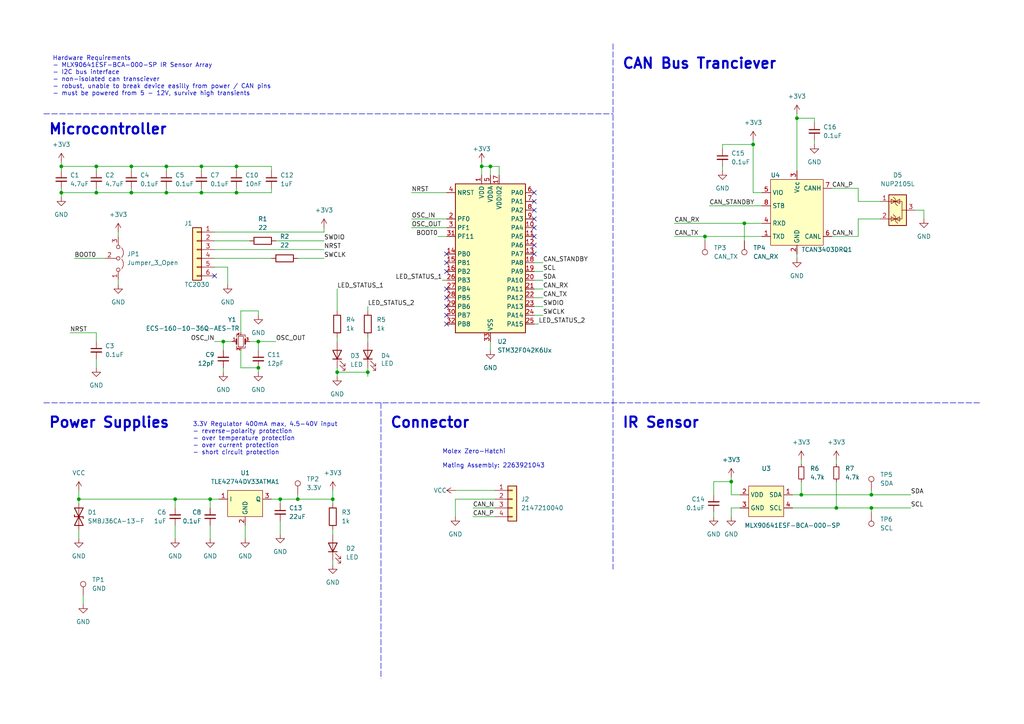
<source format=kicad_sch>
(kicad_sch (version 20250114) (generator "eeschema") (generator_version "9.0")
  (paper "A4")
  (title_block (title "CAN Bus Tire Temperature Sensor") (date "2025-03-29") (rev "AA") (company "Brian Glen"))
  (lib_symbols
    (symbol "Connector:TestPoint" (pin_numbers (hide yes)) (pin_names (offset 0.762) (hide yes))
      (property "Reference" "TP" (at 0 6.858 0))
      (property "Value" "TestPoint" (at 0 5.08 0))
      (symbol "TestPoint_0_1"
        (circle (center 0 3.302) (radius 0.762))
      )
      (symbol "TestPoint_1_1"
        (pin passive line (at 0 0 90) (length 2.54) (name "1") (number "1"))
      )
    )
    (symbol "Connector_Generic:Conn_01x04" (pin_names (offset 1.016) (hide yes))
      (property "Reference" "J" (at 0 5.08 0))
      (property "Value" "Conn_01x04" (at 0 -7.62 0))
      (symbol "Conn_01x04_1_1"
        (rectangle (start -1.27 3.81) (end 1.27 -6.35) (stroke (width 0.254)) (fill (type background)))
        (rectangle (start -1.27 2.667) (end 0 2.413) (stroke (width 0.1524)))
        (rectangle (start -1.27 0.127) (end 0 -0.127) (stroke (width 0.1524)))
        (rectangle (start -1.27 -2.413) (end 0 -2.667) (stroke (width 0.1524)))
        (rectangle (start -1.27 -4.953) (end 0 -5.207) (stroke (width 0.1524)))
        (pin passive line (at -5.08 2.54 0) (length 3.81) (name "Pin_1") (number "1"))
        (pin passive line (at -5.08 0 0) (length 3.81) (name "Pin_2") (number "2"))
        (pin passive line (at -5.08 -2.54 0) (length 3.81) (name "Pin_3") (number "3"))
        (pin passive line (at -5.08 -5.08 0) (length 3.81) (name "Pin_4") (number "4"))
      )
    )
    (symbol "Connector_Generic:Conn_01x06" (pin_names (offset 1.016) (hide yes))
      (property "Reference" "J" (at 0 7.62 0))
      (property "Value" "Conn_01x06" (at 0 -10.16 0))
      (symbol "Conn_01x06_1_1"
        (rectangle (start -1.27 6.35) (end 1.27 -8.89) (stroke (width 0.254)) (fill (type background)))
        (rectangle (start -1.27 5.207) (end 0 4.953) (stroke (width 0.1524)))
        (rectangle (start -1.27 2.667) (end 0 2.413) (stroke (width 0.1524)))
        (rectangle (start -1.27 0.127) (end 0 -0.127) (stroke (width 0.1524)))
        (rectangle (start -1.27 -2.413) (end 0 -2.667) (stroke (width 0.1524)))
        (rectangle (start -1.27 -4.953) (end 0 -5.207) (stroke (width 0.1524)))
        (rectangle (start -1.27 -7.493) (end 0 -7.747) (stroke (width 0.1524)))
        (pin passive line (at -5.08 5.08 0) (length 3.81) (name "Pin_1") (number "1"))
        (pin passive line (at -5.08 2.54 0) (length 3.81) (name "Pin_2") (number "2"))
        (pin passive line (at -5.08 0 0) (length 3.81) (name "Pin_3") (number "3"))
        (pin passive line (at -5.08 -2.54 0) (length 3.81) (name "Pin_4") (number "4"))
        (pin passive line (at -5.08 -5.08 0) (length 3.81) (name "Pin_5") (number "5"))
        (pin passive line (at -5.08 -7.62 0) (length 3.81) (name "Pin_6") (number "6"))
      )
    )
    (symbol "Device:C_Small" (pin_numbers (hide yes)) (pin_names (offset 0.254) (hide yes))
      (property "Reference" "C" (at 0.254 1.778 0))
      (property "Value" "C_Small" (at 0.254 -2.032 0))
      (symbol "C_Small_0_1"
        (polyline (pts (xy -1.524 0.508) (xy 1.524 0.508)) (stroke (width 0.3048)))
        (polyline (pts (xy -1.524 -0.508) (xy 1.524 -0.508)) (stroke (width 0.3302)))
      )
      (symbol "C_Small_1_1"
        (pin passive line (at 0 2.54 270) (length 2.032) (name "~") (number "1"))
        (pin passive line (at 0 -2.54 90) (length 2.032) (name "~") (number "2"))
      )
    )
    (symbol "Device:Crystal_GND24_Small" (pin_names (offset 1.016) (hide yes))
      (property "Reference" "Y" (at 1.27 4.445 0))
      (property "Value" "Crystal_GND24_Small" (at 1.27 2.54 0))
      (symbol "Crystal_GND24_Small_0_1"
        (polyline (pts (xy -1.27 1.27) (xy -1.27 1.905) (xy 1.27 1.905) (xy 1.27 1.27)))
        (polyline (pts (xy -1.27 -0.762) (xy -1.27 0.762)) (stroke (width 0.381)))
        (polyline (pts (xy -1.27 -1.27) (xy -1.27 -1.905) (xy 1.27 -1.905) (xy 1.27 -1.27)))
        (rectangle (start -0.762 -1.524) (end 0.762 1.524))
        (polyline (pts (xy 1.27 -0.762) (xy 1.27 0.762)) (stroke (width 0.381)))
      )
      (symbol "Crystal_GND24_Small_1_1"
        (pin passive line (at -2.54 0 0) (length 1.27) (name "1") (number "1"))
        (pin passive line (at 0 2.54 270) (length 0.635) (name "4") (number "4"))
        (pin passive line (at 0 -2.54 90) (length 0.635) (name "2") (number "2"))
        (pin passive line (at 2.54 0 180) (length 1.27) (name "3") (number "3"))
      )
    )
    (symbol "Device:D_TVS" (pin_numbers (hide yes)) (pin_names (offset 1.016) (hide yes))
      (property "Reference" "D" (at 0 2.54 0))
      (property "Value" "D_TVS" (at 0 -2.54 0))
      (symbol "D_TVS_0_1"
        (polyline (pts (xy -2.54 1.27) (xy -2.54 -1.27) (xy 2.54 1.27) (xy 2.54 -1.27) (xy -2.54 1.27)) (stroke (width 0.254)))
        (polyline (pts (xy 0.508 1.27) (xy 0 1.27) (xy 0 -1.27) (xy -0.508 -1.27)) (stroke (width 0.254)))
        (polyline (pts (xy 1.27 0) (xy -1.27 0)))
      )
      (symbol "D_TVS_1_1"
        (pin passive line (at -3.81 0 0) (length 2.54) (name "A1") (number "1"))
        (pin passive line (at 3.81 0 180) (length 2.54) (name "A2") (number "2"))
      )
    )
    (symbol "Device:LED" (pin_numbers (hide yes)) (pin_names (offset 1.016) (hide yes))
      (property "Reference" "D" (at 0 2.54 0))
      (property "Value" "LED" (at 0 -2.54 0))
      (symbol "LED_0_1"
        (polyline (pts (xy -3.048 -0.762) (xy -4.572 -2.286) (xy -3.81 -2.286) (xy -4.572 -2.286) (xy -4.572 -1.524)))
        (polyline (pts (xy -1.778 -0.762) (xy -3.302 -2.286) (xy -2.54 -2.286) (xy -3.302 -2.286) (xy -3.302 -1.524)))
        (polyline (pts (xy -1.27 0) (xy 1.27 0)))
        (polyline (pts (xy -1.27 -1.27) (xy -1.27 1.27)) (stroke (width 0.254)))
        (polyline (pts (xy 1.27 -1.27) (xy 1.27 1.27) (xy -1.27 0) (xy 1.27 -1.27)) (stroke (width 0.254)))
      )
      (symbol "LED_1_1"
        (pin passive line (at -3.81 0 0) (length 2.54) (name "K") (number "1"))
        (pin passive line (at 3.81 0 180) (length 2.54) (name "A") (number "2"))
      )
    )
    (symbol "Device:R" (pin_numbers (hide yes)) (pin_names (offset 0))
      (property "Reference" "R" (at 2.032 0 90))
      (property "Value" "R" (at 0 0 90))
      (symbol "R_0_1"
        (rectangle (start -1.016 -2.54) (end 1.016 2.54) (stroke (width 0.254)))
      )
      (symbol "R_1_1"
        (pin passive line (at 0 3.81 270) (length 1.27) (name "~") (number "1"))
        (pin passive line (at 0 -3.81 90) (length 1.27) (name "~") (number "2"))
      )
    )
    (symbol "Device:R_Small" (pin_numbers (hide yes)) (pin_names (offset 0.254) (hide yes))
      (property "Reference" "R" (at 0.762 0.508 0))
      (property "Value" "R_Small" (at 0.762 -1.016 0))
      (symbol "R_Small_0_1"
        (rectangle (start -0.762 1.778) (end 0.762 -1.778) (stroke (width 0.2032)))
      )
      (symbol "R_Small_1_1"
        (pin passive line (at 0 2.54 270) (length 0.762) (name "~") (number "1"))
        (pin passive line (at 0 -2.54 90) (length 0.762) (name "~") (number "2"))
      )
    )
    (symbol "Interface_CAN_LIN:TCAN3403DRQ1"
      (property "Reference" "U" (at -7.62 10.16 0))
      (property "Value" "TCAN3403DRQ1" (at 8.89 -11.43 0))
      (symbol "TCAN3403DRQ1_0_0"
        (pin power_in line (at -10.16 5.08 0) (length 2.54) (name "VIO") (number "5"))
        (pin input line (at -10.16 1.27 0) (length 2.54) (name "STB") (number "8"))
        (pin output line (at -10.16 -3.81 0) (length 2.54) (name "RXD") (number "4"))
        (pin input line (at -10.16 -7.62 0) (length 2.54) (name "TXD") (number "1"))
        (pin power_in line (at 0 11.43 270) (length 2.54) (name "Vcc") (number "3"))
        (pin power_out line (at 0 -12.7 90) (length 2.54) (name "GND") (number "2"))
        (pin bidirectional line (at 10.16 6.35 180) (length 2.54) (name "CANH") (number "7"))
        (pin bidirectional line (at 10.16 -7.62 180) (length 2.54) (name "CANL") (number "6"))
      )
      (symbol "TCAN3403DRQ1_0_1"
        (rectangle (start -7.62 8.89) (end 7.62 -10.16) (fill (type background)))
      )
    )
    (symbol "Jumper:Jumper_3_Open" (pin_names (offset 0) (hide yes))
      (property "Reference" "JP" (at -2.54 -2.54 0))
      (property "Value" "Jumper_3_Open" (at 0 2.794 0))
      (symbol "Jumper_3_Open_0_0"
        (circle (center -3.302 0) (radius 0.508))
        (circle (center 0 0) (radius 0.508))
        (circle (center 3.302 0) (radius 0.508))
      )
      (symbol "Jumper_3_Open_0_1"
        (arc (start -3.048 1.016) (mid -1.651 1.4992) (end -0.254 1.016))
        (polyline (pts (xy 0 -0.508) (xy 0 -1.27)))
        (arc (start 0.254 1.016) (mid 1.651 1.4992) (end 3.048 1.016))
      )
      (symbol "Jumper_3_Open_1_1"
        (pin passive line (at -6.35 0 0) (length 2.54) (name "A") (number "1"))
        (pin passive line (at 0 -3.81 90) (length 2.54) (name "C") (number "2"))
        (pin passive line (at 6.35 0 180) (length 2.54) (name "B") (number "3"))
      )
    )
    (symbol "MCU_ST_STM32F0:STM32F042K6Ux"
      (property "Reference" "U" (at -10.16 21.59 0))
      (property "Value" "STM32F042K6Ux" (at 5.08 21.59 0))
      (symbol "STM32F042K6Ux_0_1"
        (rectangle (start -10.16 -22.86) (end 10.16 20.32) (stroke (width 0.254)) (fill (type background)))
      )
      (symbol "STM32F042K6Ux_1_1"
        (pin input line (at -12.7 17.78 0) (length 2.54) (name "NRST") (number "4"))
        (pin input line (at -12.7 10.16 0) (length 2.54) (name "PF0") (number "2"))
        (pin input line (at -12.7 7.62 0) (length 2.54) (name "PF1") (number "3"))
        (pin bidirectional line (at -12.7 5.08 0) (length 2.54) (name "PF11") (number "31"))
        (pin bidirectional line (at -12.7 0 0) (length 2.54) (name "PB0") (number "14"))
        (pin bidirectional line (at -12.7 -2.54 0) (length 2.54) (name "PB1") (number "15"))
        (pin bidirectional line (at -12.7 -5.08 0) (length 2.54) (name "PB2") (number "16"))
        (pin bidirectional line (at -12.7 -7.62 0) (length 2.54) (name "PB3") (number "26"))
        (pin bidirectional line (at -12.7 -10.16 0) (length 2.54) (name "PB4") (number "27"))
        (pin bidirectional line (at -12.7 -12.7 0) (length 2.54) (name "PB5") (number "28"))
        (pin bidirectional line (at -12.7 -15.24 0) (length 2.54) (name "PB6") (number "29"))
        (pin bidirectional line (at -12.7 -17.78 0) (length 2.54) (name "PB7") (number "30"))
        (pin bidirectional line (at -12.7 -20.32 0) (length 2.54) (name "PB8") (number "32"))
        (pin power_in line (at -2.54 22.86 270) (length 2.54) (name "VDD") (number "1"))
        (pin power_in line (at 0 22.86 270) (length 2.54) (name "VDDA") (number "5"))
        (pin power_in line (at 0 -25.4 90) (length 2.54) (name "VSS") (number "33"))
        (pin power_in line (at 2.54 22.86 270) (length 2.54) (name "VDDIO2") (number "17"))
        (pin bidirectional line (at 12.7 17.78 180) (length 2.54) (name "PA0") (number "6"))
        (pin bidirectional line (at 12.7 15.24 180) (length 2.54) (name "PA1") (number "7"))
        (pin bidirectional line (at 12.7 12.7 180) (length 2.54) (name "PA2") (number "8"))
        (pin bidirectional line (at 12.7 10.16 180) (length 2.54) (name "PA3") (number "9"))
        (pin bidirectional line (at 12.7 7.62 180) (length 2.54) (name "PA4") (number "10"))
        (pin bidirectional line (at 12.7 5.08 180) (length 2.54) (name "PA5") (number "11"))
        (pin bidirectional line (at 12.7 2.54 180) (length 2.54) (name "PA6") (number "12"))
        (pin bidirectional line (at 12.7 0 180) (length 2.54) (name "PA7") (number "13"))
        (pin bidirectional line (at 12.7 -2.54 180) (length 2.54) (name "PA8") (number "18"))
        (pin bidirectional line (at 12.7 -5.08 180) (length 2.54) (name "PA9") (number "19"))
        (pin bidirectional line (at 12.7 -7.62 180) (length 2.54) (name "PA10") (number "20"))
        (pin bidirectional line (at 12.7 -10.16 180) (length 2.54) (name "PA11") (number "21"))
        (pin bidirectional line (at 12.7 -12.7 180) (length 2.54) (name "PA12") (number "22"))
        (pin bidirectional line (at 12.7 -15.24 180) (length 2.54) (name "PA13") (number "23"))
        (pin bidirectional line (at 12.7 -17.78 180) (length 2.54) (name "PA14") (number "24"))
        (pin bidirectional line (at 12.7 -20.32 180) (length 2.54) (name "PA15") (number "25"))
      )
    )
    (symbol "Power_Protection:NUP2105L" (pin_names (hide yes))
      (property "Reference" "D" (at 5.715 2.54 0))
      (property "Value" "NUP2105L" (at 5.715 0.635 0))
      (symbol "NUP2105L_0_0"
        (pin passive line (at 0 -5.08 90) (length 2.54) (name "A") (number "3"))
      )
      (symbol "NUP2105L_0_1"
        (rectangle (start -4.445 2.54) (end 4.445 -2.54) (stroke (width 0.254)) (fill (type background)))
        (polyline (pts (xy -3.81 1.27) (xy -3.175 0.635) (xy -1.905 0.635) (xy -1.27 0)))
        (polyline (pts (xy -2.54 2.54) (xy -2.54 0.635)))
        (polyline (pts (xy -2.54 0.635) (xy -2.54 -1.27) (xy 2.54 -1.27) (xy 2.54 0.635)))
        (polyline (pts (xy -2.54 0.635) (xy -1.905 -0.635) (xy -3.175 -0.635) (xy -2.54 0.635)))
        (polyline (pts (xy -2.54 0.635) (xy -3.175 1.905) (xy -1.905 1.905) (xy -2.54 0.635) (xy -2.54 1.27)))
        (polyline (pts (xy 0 -1.27) (xy 0 -2.54)))
        (polyline (pts (xy 1.27 1.27) (xy 1.905 0.635) (xy 2.54 0.635) (xy 3.175 0.635) (xy 3.81 0)))
        (polyline (pts (xy 2.54 2.54) (xy 2.54 0.635)))
        (polyline (pts (xy 2.54 0.635) (xy 1.905 -0.635) (xy 3.175 -0.635) (xy 2.54 0.635)))
        (polyline (pts (xy 2.54 0.635) (xy 3.175 1.905) (xy 1.905 1.905) (xy 2.54 0.635)))
      )
      (symbol "NUP2105L_1_1"
        (pin passive line (at -2.54 5.08 270) (length 2.54) (name "K") (number "1"))
        (pin passive line (at 2.54 5.08 270) (length 2.54) (name "K") (number "2"))
      )
    )
    (symbol "canbus_tire_temp_sensor:MLX90641"
      (property "Reference" "U" (at -3.81 -6.35 0))
      (property "Value" "MLX90641" (at 0 5.08 0))
      (symbol "MLX90641_0_0"
        (pin power_in line (at -7.62 1.27 0) (length 2.54) (name "VDD") (number "2"))
        (pin power_out line (at -7.62 -2.54 0) (length 2.54) (name "GND") (number "3"))
        (pin bidirectional line (at 7.62 1.27 180) (length 2.54) (name "SDA") (number "1"))
        (pin bidirectional line (at 7.62 -2.54 180) (length 2.54) (name "SCL") (number "4"))
      )
      (symbol "MLX90641_0_1"
        (rectangle (start -5.08 3.81) (end 5.08 -5.08) (fill (type background)))
      )
    )
    (symbol "canbus_tire_temp_sensor:TLE42744DV33ATMA1"
      (property "Reference" "U" (at 3.81 -5.08 0))
      (property "Value" "TLE42744DV33ATMA1" (at 0 5.08 0))
      (symbol "TLE42744DV33ATMA1_0_0"
        (pin power_out line (at -7.62 1.27 0) (length 2.54) (name "I") (number "1"))
        (pin power_out line (at 0 -6.35 90) (length 2.54) (name "GND") (number "2"))
        (pin power_out line (at 7.62 1.27 180) (length 2.54) (name "Q") (number "3"))
      )
      (symbol "TLE42744DV33ATMA1_0_1"
        (rectangle (start -5.08 3.81) (end 5.08 -3.81) (fill (type background)))
      )
    )
    (symbol "power:+3.3V" (power) (pin_names (offset 0))
      (property "Value" "+3.3V" (at 0 3.556 0))
      (symbol "+3.3V_0_1"
        (polyline (pts (xy -0.762 1.27) (xy 0 2.54)))
        (polyline (pts (xy 0 2.54) (xy 0.762 1.27)))
        (polyline (pts (xy 0 0) (xy 0 2.54)))
      )
      (symbol "+3.3V_1_1"
        (pin power_in line (at 0 0 90) (length 0) (hide yes) (name "+3V3") (number "1"))
      )
    )
    (symbol "power:GND" (power) (pin_names (offset 0))
      (property "Value" "GND" (at 0 -3.81 0))
      (symbol "GND_0_1"
        (polyline (pts (xy 0 0) (xy 0 -1.27) (xy 1.27 -1.27) (xy 0 -2.54) (xy -1.27 -1.27) (xy 0 -1.27)))
      )
      (symbol "GND_1_1"
        (pin power_in line (at 0 0 270) (length 0) (hide yes) (name "GND") (number "1"))
      )
    )
    (symbol "power:VCC" (power) (pin_names (offset 0))
      (property "Value" "VCC" (at 0 3.81 0))
      (symbol "VCC_0_1"
        (polyline (pts (xy -0.762 1.27) (xy 0 2.54)))
        (polyline (pts (xy 0 2.54) (xy 0.762 1.27)))
        (polyline (pts (xy 0 0) (xy 0 2.54)))
      )
      (symbol "VCC_1_1"
        (pin power_in line (at 0 0 90) (length 0) (hide yes) (name "VCC") (number "1"))
      )
    )
  )
  (text "Power Supplies" (at 13.97 124.46 0) (effects (font (size 3 3) (thickness 0.6) (bold yes)) (justify left bottom)))
  (text "3.3V Regulator 400mA max, 4.5-40V input\n- reverse-polarity protection\n- over temperature protection\n- over current protection\n- short circuit protection" (at 55.88 132.08 0) (effects (font (size 1.27 1.27)) (justify left bottom)))
  (text "Connector" (at 113.03 124.46 0) (effects (font (size 3 3) (thickness 0.6) (bold yes)) (justify left bottom)))
  (text "Hardware Requirements\n- MLX90641ESF-BCA-000-SP IR Sensor Array\n- I2C bus interface\n- non-isolated can transciever\n- robust, unable to break device easilly from power / CAN pins\n- must be powered from 5 - 12V, survive high transients" (at 15.24 27.94 0) (effects (font (size 1.27 1.27)) (justify left bottom)))
  (text "Molex Zero-Hatchi\n\nMating Assembly: 2263921043" (at 128.27 135.89 0) (effects (font (size 1.27 1.27)) (justify left bottom)))
  (text "CAN Bus Tranciever" (at 180.34 20.32 0) (effects (font (size 3 3) (thickness 0.6) (bold yes)) (justify left bottom)))
  (text "IR Sensor" (at 180.34 124.46 0) (effects (font (size 3 3) (thickness 0.6) (bold yes)) (justify left bottom)))
  (text "Microcontroller" (at 13.97 39.37 0) (effects (font (size 3 3) (bold yes)) (justify left bottom)))
  (junction (at 68.58 55.88))
  (junction (at 58.42 55.88))
  (junction (at 231.14 34.29))
  (junction (at 38.1 55.88))
  (junction (at 50.8 144.78))
  (junction (at 22.86 144.78))
  (junction (at 74.93 106.68))
  (junction (at 48.26 55.88))
  (junction (at 58.42 48.26))
  (junction (at 64.77 99.06))
  (junction (at 215.9 64.77))
  (junction (at 97.79 107.95))
  (junction (at 27.94 48.26))
  (junction (at 252.73 147.32))
  (junction (at 232.41 143.51))
  (junction (at 68.58 48.26))
  (junction (at 218.44 41.91))
  (junction (at 86.36 144.78))
  (junction (at 38.1 48.26))
  (junction (at 204.47 68.58))
  (junction (at 106.68 107.95))
  (junction (at 139.7 48.26))
  (junction (at 96.52 144.78))
  (junction (at 252.73 143.51))
  (junction (at 48.26 48.26))
  (junction (at 17.78 48.26))
  (junction (at 212.09 139.7))
  (junction (at 74.93 99.06))
  (junction (at 27.94 55.88))
  (junction (at 142.24 48.26))
  (junction (at 60.96 144.78))
  (junction (at 17.78 55.88))
  (junction (at 81.28 144.78))
  (junction (at 242.57 147.32))
  (no_connect (at 129.54 93.98))
  (no_connect (at 129.54 91.44))
  (no_connect (at 129.54 88.9))
  (no_connect (at 154.94 71.12))
  (no_connect (at 154.94 63.5))
  (no_connect (at 154.94 66.04))
  (no_connect (at 154.94 68.58))
  (no_connect (at 154.94 73.66))
  (no_connect (at 154.94 60.96))
  (no_connect (at 154.94 58.42))
  (no_connect (at 154.94 55.88))
  (no_connect (at 129.54 86.36))
  (no_connect (at 129.54 83.82))
  (no_connect (at 129.54 78.74))
  (no_connect (at 129.54 76.2))
  (no_connect (at 129.54 73.66))
  (no_connect (at 62.23 80.01))
  (wire (pts (xy 22.86 142.24) (xy 22.86 144.78)))
  (wire (pts (xy 74.93 91.44) (xy 74.93 90.17)))
  (wire (pts (xy 78.74 48.26) (xy 78.74 49.53)))
  (wire (pts (xy 231.14 34.29) (xy 231.14 49.53)))
  (wire (pts (xy 27.94 48.26) (xy 27.94 49.53)))
  (wire (pts (xy 231.14 33.02) (xy 231.14 34.29)))
  (wire (pts (xy 74.93 106.68) (xy 69.85 106.68)))
  (wire (pts (xy 86.36 143.51) (xy 86.36 144.78)))
  (wire (pts (xy 62.23 72.39) (xy 93.98 72.39)))
  (wire (pts (xy 81.28 144.78) (xy 78.74 144.78)))
  (wire (pts (xy 248.92 68.58) (xy 248.92 63.5)))
  (wire (pts (xy 20.32 96.52) (xy 27.94 96.52)))
  (wire (pts (xy 48.26 55.88) (xy 58.42 55.88)))
  (wire (pts (xy 154.94 86.36) (xy 157.48 86.36)))
  (wire (pts (xy 17.78 55.88) (xy 27.94 55.88)))
  (wire (pts (xy 207.01 139.7) (xy 212.09 139.7)))
  (wire (pts (xy 17.78 55.88) (xy 17.78 57.15)))
  (wire (pts (xy 232.41 139.7) (xy 232.41 143.51)))
  (wire (pts (xy 64.77 101.6) (xy 64.77 99.06)))
  (wire (pts (xy 60.96 147.32) (xy 60.96 144.78)))
  (wire (pts (xy 252.73 143.51) (xy 264.16 143.51)))
  (wire (pts (xy 22.86 153.67) (xy 22.86 156.21)))
  (polyline (pts (xy 12.7 116.84) (xy 284.48 116.84)) (stroke (width 0) (type dash)))
  (wire (pts (xy 48.26 54.61) (xy 48.26 55.88)))
  (wire (pts (xy 248.92 63.5) (xy 255.27 63.5)))
  (wire (pts (xy 66.04 82.55) (xy 66.04 77.47)))
  (wire (pts (xy 242.57 147.32) (xy 252.73 147.32)))
  (wire (pts (xy 50.8 152.4) (xy 50.8 156.21)))
  (wire (pts (xy 17.78 48.26) (xy 17.78 49.53)))
  (wire (pts (xy 34.29 81.28) (xy 34.29 82.55)))
  (wire (pts (xy 267.97 60.96) (xy 265.43 60.96)))
  (wire (pts (xy 69.85 101.6) (xy 69.85 106.68)))
  (wire (pts (xy 231.14 73.66) (xy 231.14 74.93)))
  (wire (pts (xy 74.93 99.06) (xy 80.01 99.06)))
  (wire (pts (xy 97.79 107.95) (xy 106.68 107.95)))
  (wire (pts (xy 132.08 144.78) (xy 143.51 144.78)))
  (wire (pts (xy 97.79 106.68) (xy 97.79 107.95)))
  (wire (pts (xy 142.24 99.06) (xy 142.24 101.6)))
  (wire (pts (xy 50.8 147.32) (xy 50.8 144.78)))
  (wire (pts (xy 154.94 88.9) (xy 157.48 88.9)))
  (wire (pts (xy 106.68 97.79) (xy 106.68 99.06)))
  (wire (pts (xy 195.58 68.58) (xy 204.47 68.58)))
  (wire (pts (xy 27.94 104.14) (xy 27.94 106.68)))
  (wire (pts (xy 50.8 144.78) (xy 60.96 144.78)))
  (polyline (pts (xy 177.8 12.7) (xy 177.8 165.1)) (stroke (width 0) (type dash)))
  (wire (pts (xy 212.09 143.51) (xy 214.63 143.51)))
  (wire (pts (xy 58.42 55.88) (xy 68.58 55.88)))
  (wire (pts (xy 119.38 66.04) (xy 129.54 66.04)))
  (wire (pts (xy 86.36 144.78) (xy 96.52 144.78)))
  (wire (pts (xy 154.94 81.28) (xy 157.48 81.28)))
  (wire (pts (xy 48.26 48.26) (xy 48.26 49.53)))
  (wire (pts (xy 24.13 172.72) (xy 24.13 175.26)))
  (wire (pts (xy 232.41 143.51) (xy 252.73 143.51)))
  (wire (pts (xy 229.87 147.32) (xy 242.57 147.32)))
  (wire (pts (xy 22.86 144.78) (xy 50.8 144.78)))
  (wire (pts (xy 229.87 143.51) (xy 232.41 143.51)))
  (wire (pts (xy 139.7 48.26) (xy 139.7 50.8)))
  (wire (pts (xy 106.68 106.68) (xy 106.68 107.95)))
  (wire (pts (xy 236.22 35.56) (xy 236.22 34.29)))
  (wire (pts (xy 97.79 97.79) (xy 97.79 99.06)))
  (wire (pts (xy 74.93 99.06) (xy 74.93 101.6)))
  (wire (pts (xy 232.41 133.35) (xy 232.41 134.62)))
  (wire (pts (xy 62.23 69.85) (xy 72.39 69.85)))
  (wire (pts (xy 252.73 147.32) (xy 252.73 148.59)))
  (wire (pts (xy 129.54 68.58) (xy 127 68.58)))
  (wire (pts (xy 96.52 162.56) (xy 96.52 163.83)))
  (wire (pts (xy 38.1 48.26) (xy 38.1 49.53)))
  (wire (pts (xy 64.77 106.68) (xy 64.77 107.95)))
  (wire (pts (xy 215.9 64.77) (xy 215.9 69.85)))
  (wire (pts (xy 58.42 48.26) (xy 68.58 48.26)))
  (wire (pts (xy 27.94 96.52) (xy 27.94 99.06)))
  (wire (pts (xy 96.52 142.24) (xy 96.52 144.78)))
  (wire (pts (xy 60.96 144.78) (xy 63.5 144.78)))
  (wire (pts (xy 68.58 48.26) (xy 78.74 48.26)))
  (wire (pts (xy 66.04 77.47) (xy 62.23 77.47)))
  (wire (pts (xy 137.16 147.32) (xy 143.51 147.32)))
  (wire (pts (xy 97.79 83.82) (xy 97.79 90.17)))
  (wire (pts (xy 241.3 68.58) (xy 248.92 68.58)))
  (wire (pts (xy 64.77 99.06) (xy 67.31 99.06)))
  (wire (pts (xy 144.78 48.26) (xy 142.24 48.26)))
  (wire (pts (xy 58.42 54.61) (xy 58.42 55.88)))
  (wire (pts (xy 34.29 67.31) (xy 34.29 68.58)))
  (wire (pts (xy 154.94 76.2) (xy 157.48 76.2)))
  (wire (pts (xy 27.94 54.61) (xy 27.94 55.88)))
  (wire (pts (xy 62.23 74.93) (xy 78.74 74.93)))
  (wire (pts (xy 218.44 41.91) (xy 209.55 41.91)))
  (wire (pts (xy 68.58 49.53) (xy 68.58 48.26)))
  (wire (pts (xy 97.79 107.95) (xy 97.79 109.22)))
  (wire (pts (xy 86.36 74.93) (xy 93.98 74.93)))
  (wire (pts (xy 144.78 50.8) (xy 144.78 48.26)))
  (wire (pts (xy 252.73 142.24) (xy 252.73 143.51)))
  (wire (pts (xy 209.55 48.26) (xy 209.55 49.53)))
  (polyline (pts (xy 12.7 33.02) (xy 177.8 33.02)) (stroke (width 0) (type dash)))
  (wire (pts (xy 154.94 91.44) (xy 157.48 91.44)))
  (wire (pts (xy 207.01 148.59) (xy 207.01 149.86)))
  (wire (pts (xy 106.68 107.95) (xy 106.68 109.22)))
  (wire (pts (xy 242.57 133.35) (xy 242.57 134.62)))
  (wire (pts (xy 195.58 64.77) (xy 215.9 64.77)))
  (wire (pts (xy 129.54 81.28) (xy 128.27 81.28)))
  (wire (pts (xy 106.68 88.9) (xy 106.68 90.17)))
  (wire (pts (xy 72.39 99.06) (xy 74.93 99.06)))
  (wire (pts (xy 17.78 48.26) (xy 27.94 48.26)))
  (wire (pts (xy 212.09 139.7) (xy 212.09 143.51)))
  (wire (pts (xy 81.28 151.13) (xy 81.28 154.94)))
  (wire (pts (xy 48.26 48.26) (xy 58.42 48.26)))
  (wire (pts (xy 119.38 63.5) (xy 129.54 63.5)))
  (wire (pts (xy 69.85 90.17) (xy 69.85 96.52)))
  (wire (pts (xy 231.14 34.29) (xy 236.22 34.29)))
  (wire (pts (xy 139.7 46.99) (xy 139.7 48.26)))
  (wire (pts (xy 58.42 48.26) (xy 58.42 49.53)))
  (wire (pts (xy 212.09 149.86) (xy 212.09 147.32)))
  (wire (pts (xy 38.1 48.26) (xy 48.26 48.26)))
  (wire (pts (xy 96.52 144.78) (xy 96.52 146.05)))
  (wire (pts (xy 78.74 54.61) (xy 78.74 55.88)))
  (wire (pts (xy 204.47 68.58) (xy 204.47 69.85)))
  (wire (pts (xy 68.58 55.88) (xy 68.58 54.61)))
  (wire (pts (xy 71.12 152.4) (xy 71.12 156.21)))
  (wire (pts (xy 241.3 54.61) (xy 248.92 54.61)))
  (wire (pts (xy 60.96 152.4) (xy 60.96 156.21)))
  (wire (pts (xy 142.24 48.26) (xy 139.7 48.26)))
  (wire (pts (xy 132.08 142.24) (xy 143.51 142.24)))
  (wire (pts (xy 205.74 59.69) (xy 220.98 59.69)))
  (wire (pts (xy 220.98 55.88) (xy 218.44 55.88)))
  (wire (pts (xy 154.94 93.98) (xy 156.21 93.98)))
  (wire (pts (xy 137.16 149.86) (xy 143.51 149.86)))
  (wire (pts (xy 68.58 55.88) (xy 78.74 55.88)))
  (wire (pts (xy 27.94 48.26) (xy 38.1 48.26)))
  (wire (pts (xy 22.86 144.78) (xy 22.86 146.05)))
  (wire (pts (xy 38.1 54.61) (xy 38.1 55.88)))
  (wire (pts (xy 209.55 41.91) (xy 209.55 43.18)))
  (wire (pts (xy 267.97 63.5) (xy 267.97 60.96)))
  (wire (pts (xy 74.93 106.68) (xy 74.93 107.95)))
  (wire (pts (xy 252.73 147.32) (xy 264.16 147.32)))
  (wire (pts (xy 80.01 69.85) (xy 93.98 69.85)))
  (wire (pts (xy 242.57 139.7) (xy 242.57 147.32)))
  (wire (pts (xy 154.94 83.82) (xy 157.48 83.82)))
  (wire (pts (xy 215.9 64.77) (xy 220.98 64.77)))
  (wire (pts (xy 81.28 146.05) (xy 81.28 144.78)))
  (wire (pts (xy 27.94 55.88) (xy 38.1 55.88)))
  (wire (pts (xy 62.23 67.31) (xy 93.98 67.31)))
  (wire (pts (xy 81.28 144.78) (xy 86.36 144.78)))
  (wire (pts (xy 207.01 143.51) (xy 207.01 139.7)))
  (wire (pts (xy 74.93 90.17) (xy 69.85 90.17)))
  (wire (pts (xy 142.24 50.8) (xy 142.24 48.26)))
  (wire (pts (xy 62.23 99.06) (xy 64.77 99.06)))
  (wire (pts (xy 154.94 78.74) (xy 157.48 78.74)))
  (wire (pts (xy 248.92 58.42) (xy 255.27 58.42)))
  (wire (pts (xy 38.1 55.88) (xy 48.26 55.88)))
  (wire (pts (xy 21.59 74.93) (xy 30.48 74.93)))
  (wire (pts (xy 218.44 55.88) (xy 218.44 41.91)))
  (wire (pts (xy 236.22 41.91) (xy 236.22 40.64)))
  (wire (pts (xy 132.08 144.78) (xy 132.08 149.86)))
  (polyline (pts (xy 110.49 116.84) (xy 110.49 196.85)) (stroke (width 0) (type dash)))
  (wire (pts (xy 212.09 138.43) (xy 212.09 139.7)))
  (wire (pts (xy 17.78 54.61) (xy 17.78 55.88)))
  (wire (pts (xy 93.98 67.31) (xy 93.98 66.04)))
  (wire (pts (xy 119.38 55.88) (xy 129.54 55.88)))
  (wire (pts (xy 218.44 40.64) (xy 218.44 41.91)))
  (wire (pts (xy 17.78 46.99) (xy 17.78 48.26)))
  (wire (pts (xy 96.52 153.67) (xy 96.52 154.94)))
  (wire (pts (xy 248.92 54.61) (xy 248.92 58.42)))
  (wire (pts (xy 204.47 68.58) (xy 220.98 68.58)))
  (wire (pts (xy 212.09 147.32) (xy 214.63 147.32)))
  (label "NRST" (at 119.38 55.88 0))
  (label "OSC_IN" (at 119.38 63.5 0))
  (label "CAN_TX" (at 195.58 68.58 0))
  (label "OSC_OUT" (at 80.01 99.06 0))
  (label "NRST" (at 93.98 72.39 0))
  (label "SWDIO" (at 93.98 69.85 0))
  (label "CAN_P" (at 241.3 54.61 0))
  (label "SWDIO" (at 157.48 88.9 0))
  (label "LED_STATUS_1" (at 128.27 81.28 180))
  (label "BOOT0" (at 127 68.58 180))
  (label "LED_STATUS_2" (at 156.21 93.98 0))
  (label "BOOT0" (at 21.59 74.93 0))
  (label "SDA" (at 264.16 143.51 0))
  (label "OSC_OUT" (at 119.38 66.04 0))
  (label "CAN_STANDBY" (at 157.48 76.2 0))
  (label "LED_STATUS_1" (at 97.79 83.82 0))
  (label "CAN_N" (at 137.16 147.32 0))
  (label "SCL" (at 157.48 78.74 0))
  (label "LED_STATUS_2" (at 106.68 88.9 0))
  (label "SDA" (at 157.48 81.28 0))
  (label "CAN_N" (at 241.3 68.58 0))
  (label "OSC_IN" (at 62.23 99.06 180))
  (label "SWCLK" (at 93.98 74.93 0))
  (label "CAN_P" (at 137.16 149.86 0))
  (label "CAN_RX" (at 157.48 83.82 0))
  (label "CAN_STANDBY" (at 205.74 59.69 0))
  (label "SCL" (at 264.16 147.32 0))
  (label "CAN_RX" (at 195.58 64.77 0))
  (label "NRST" (at 20.32 96.52 0))
  (label "SWCLK" (at 157.48 91.44 0))
  (label "CAN_TX" (at 157.48 86.36 0))
  (symbol (lib_id "power:VCC") (at 22.86 142.24 0) (unit 1)
    (property "Reference" "#PWR03" (effects (hide yes)))
    (property "Value" "VCC" (at 22.86 137.16 0))
  )
  (symbol (lib_id "Device:C_Small") (at 236.22 38.1 0) (unit 1)
    (property "Reference" "C16" (at 238.76 36.8362 0) (effects (justify left)))
    (property "Value" "0.1uF" (at 238.76 39.3762 0) (effects (justify left)))
    (property "Footprint" "Capacitor_SMD:C_0603_1608Metric" (effects (hide yes)))
  )
  (symbol (lib_id "Connector:TestPoint") (at 215.9 69.85 180) (unit 1)
    (property "Reference" "TP4" (at 218.44 71.8819 0) (effects (justify right)))
    (property "Value" "CAN_RX" (at 218.44 74.4219 0) (effects (justify right)))
    (property "Footprint" "TestPoint:TestPoint_Pad_D1.0mm" (effects (hide yes)))
  )
  (symbol (lib_id "power:GND") (at 74.93 107.95 0) (unit 1)
    (property "Reference" "#PWR015" (effects (hide yes)))
    (property "Value" "GND" (at 74.93 113.03 0))
  )
  (symbol (lib_id "Device:R_Small") (at 232.41 137.16 0) (unit 1)
    (property "Reference" "R6" (at 234.95 135.8899 0) (effects (justify left)))
    (property "Value" "4.7k" (at 234.95 138.4299 0) (effects (justify left)))
    (property "Footprint" "Resistor_SMD:R_0603_1608Metric" (effects (hide yes)))
  )
  (symbol (lib_id "power:GND") (at 22.86 156.21 0) (unit 1)
    (property "Reference" "#PWR04" (effects (hide yes)))
    (property "Value" "GND" (at 22.86 161.29 0))
  )
  (symbol (lib_id "power:GND") (at 267.97 63.5 0) (unit 1)
    (property "Reference" "#PWR035" (effects (hide yes)))
    (property "Value" "GND" (at 267.97 68.58 0))
  )
  (symbol (lib_id "power:GND") (at 17.78 57.15 0) (unit 1)
    (property "Reference" "#PWR02" (effects (hide yes)))
    (property "Value" "GND" (at 17.78 62.23 0))
  )
  (symbol (lib_id "Device:LED") (at 106.68 102.87 90) (unit 1)
    (property "Reference" "D4" (at 110.49 103.1874 90) (effects (justify right)))
    (property "Value" "LED" (at 110.49 105.41 90) (effects (justify right)))
    (property "Footprint" "LED_SMD:LED_0603_1608Metric" (effects (hide yes)))
  )
  (symbol (lib_id "Connector:TestPoint") (at 204.47 69.85 180) (unit 1)
    (property "Reference" "TP3" (at 207.01 71.8819 0) (effects (justify right)))
    (property "Value" "CAN_TX" (at 207.01 74.4219 0) (effects (justify right)))
    (property "Footprint" "TestPoint:TestPoint_Pad_D1.0mm" (effects (hide yes)))
  )
  (symbol (lib_id "power:GND") (at 132.08 149.86 0) (unit 1)
    (property "Reference" "#PWR022" (effects (hide yes)))
    (property "Value" "GND" (at 132.08 154.94 0))
  )
  (symbol (lib_id "power:GND") (at 34.29 82.55 0) (unit 1)
    (property "Reference" "#PWR08" (effects (hide yes)))
    (property "Value" "GND" (at 34.29 87.63 0))
  )
  (symbol (lib_id "power:GND") (at 236.22 41.91 0) (unit 1)
    (property "Reference" "#PWR033" (effects (hide yes)))
    (property "Value" "GND" (at 236.22 46.99 0))
  )
  (symbol (lib_id "power:+3.3V") (at 34.29 67.31 0) (unit 1)
    (property "Reference" "#PWR07" (effects (hide yes)))
    (property "Value" "+3V3" (at 34.29 62.23 0))
  )
  (symbol (lib_id "Device:C_Small") (at 50.8 149.86 0) (mirror x) (unit 1)
    (property "Reference" "C6" (at 48.26 148.5835 0) (effects (justify right)))
    (property "Value" "1uF" (at 48.26 151.1235 0) (effects (justify right)))
    (property "Footprint" "Capacitor_SMD:C_0603_1608Metric" (effects (hide yes)))
  )
  (symbol (lib_id "Device:R") (at 106.68 93.98 0) (unit 1)
    (property "Reference" "R5" (at 109.22 92.7099 0) (effects (justify left)))
    (property "Value" "1k" (at 109.22 95.2499 0) (effects (justify left)))
    (property "Footprint" "Resistor_SMD:R_0603_1608Metric" (effects (hide yes)))
  )
  (symbol (lib_id "power:GND") (at 212.09 149.86 0) (unit 1)
    (property "Reference" "#PWR028" (effects (hide yes)))
    (property "Value" "GND" (at 212.09 154.94 0))
  )
  (symbol (lib_id "Device:LED") (at 96.52 158.75 90) (unit 1)
    (property "Reference" "D2" (at 100.33 159.0674 90) (effects (justify right)))
    (property "Value" "LED" (at 100.33 161.6074 90) (effects (justify right)))
    (property "Footprint" "LED_SMD:LED_0603_1608Metric" (effects (hide yes)))
  )
  (symbol (lib_id "Device:C_Small") (at 209.55 45.72 0) (unit 1)
    (property "Reference" "C15" (at 212.09 44.4562 0) (effects (justify left)))
    (property "Value" "0.1uF" (at 212.09 46.9962 0) (effects (justify left)))
    (property "Footprint" "Capacitor_SMD:C_0603_1608Metric" (effects (hide yes)))
  )
  (symbol (lib_id "Device:C_Small") (at 78.74 52.07 0) (unit 1)
    (property "Reference" "C12" (at 81.28 50.8062 0) (effects (justify left)))
    (property "Value" "1uF" (at 81.28 53.3462 0) (effects (justify left)))
    (property "Footprint" "Capacitor_SMD:C_0603_1608Metric" (effects (hide yes)))
  )
  (symbol (lib_id "Device:C_Small") (at 27.94 101.6 0) (unit 1)
    (property "Reference" "C3" (at 30.48 100.3362 0) (effects (justify left)))
    (property "Value" "0.1uF" (at 30.48 102.8762 0) (effects (justify left)))
    (property "Footprint" "Capacitor_SMD:C_0603_1608Metric" (effects (hide yes)))
  )
  (symbol (lib_id "power:GND") (at 24.13 175.26 0) (unit 1)
    (property "Reference" "#PWR05" (effects (hide yes)))
    (property "Value" "GND" (at 24.13 180.34 0))
  )
  (symbol (lib_id "Device:C_Small") (at 81.28 148.59 0) (mirror y) (unit 1)
    (property "Reference" "C13" (at 83.82 147.3262 0) (effects (justify right)))
    (property "Value" "22uF" (at 83.82 149.8662 0) (effects (justify right)))
    (property "Footprint" "Capacitor_SMD:C_0805_2012Metric" (effects (hide yes)))
  )
  (symbol (lib_id "Device:C_Small") (at 17.78 52.07 0) (unit 1)
    (property "Reference" "C1" (at 20.32 50.8062 0) (effects (justify left)))
    (property "Value" "4.7uF" (at 20.32 53.3462 0) (effects (justify left)))
    (property "Footprint" "Capacitor_SMD:C_0603_1608Metric" (effects (hide yes)))
  )
  (symbol (lib_id "Connector:TestPoint") (at 86.36 143.51 0) (unit 1)
    (property "Reference" "TP2" (at 88.9 138.9379 0) (effects (justify left)))
    (property "Value" "3.3V" (at 88.9 141.4779 0) (effects (justify left)))
    (property "Footprint" "TestPoint:TestPoint_Pad_D2.0mm" (effects (hide yes)))
  )
  (symbol (lib_id "Device:Crystal_GND24_Small") (at 69.85 99.06 0) (unit 1)
    (property "Reference" "Y1" (at 67.31 92.71 0))
    (property "Value" "ECS-160-10-36Q-AES-TR" (at 55.88 95.25 0))
    (property "Footprint" "Crystal:Crystal_SMD_2520-4Pin_2.5x2.0mm" (effects (hide yes)))
  )
  (symbol (lib_id "power:GND") (at 209.55 49.53 0) (unit 1)
    (property "Reference" "#PWR026" (effects (hide yes)))
    (property "Value" "GND" (at 209.55 54.61 0))
  )
  (symbol (lib_id "Device:C_Small") (at 58.42 52.07 0) (unit 1)
    (property "Reference" "C7" (at 60.96 50.8062 0) (effects (justify left)))
    (property "Value" "0.1uF" (at 60.96 53.3462 0) (effects (justify left)))
    (property "Footprint" "Capacitor_SMD:C_0603_1608Metric" (effects (hide yes)))
  )
  (symbol (lib_id "Device:R_Small") (at 242.57 137.16 0) (unit 1)
    (property "Reference" "R7" (at 245.11 135.8899 0) (effects (justify left)))
    (property "Value" "4.7k" (at 245.11 138.4299 0) (effects (justify left)))
    (property "Footprint" "Resistor_SMD:R_0603_1608Metric" (effects (hide yes)))
  )
  (symbol (lib_id "power:GND") (at 81.28 154.94 0) (unit 1)
    (property "Reference" "#PWR016" (effects (hide yes)))
    (property "Value" "GND" (at 81.28 160.02 0))
  )
  (symbol (lib_id "power:GND") (at 74.93 91.44 0) (unit 1)
    (property "Reference" "#PWR014" (effects (hide yes)))
    (property "Value" "GND" (at 74.93 96.52 0))
  )
  (symbol (lib_id "power:GND") (at 71.12 156.21 0) (unit 1)
    (property "Reference" "#PWR013" (effects (hide yes)))
    (property "Value" "GND" (at 71.12 161.29 0))
  )
  (symbol (lib_id "Device:R") (at 96.52 149.86 0) (unit 1)
    (property "Reference" "R3" (at 99.06 148.5899 0) (effects (justify left)))
    (property "Value" "1k" (at 99.06 151.1299 0) (effects (justify left)))
    (property "Footprint" "Resistor_SMD:R_0603_1608Metric" (effects (hide yes)))
  )
  (symbol (lib_id "canbus_tire_temp_sensor:TLE42744DV33ATMA1") (at 71.12 146.05 0) (unit 1)
    (property "Reference" "U1" (at 71.12 137.16 0))
    (property "Value" "TLE42744DV33ATMA1" (at 71.12 139.7 0))
    (property "Footprint" "Package_TO_SOT_SMD:TO-252-3_TabPin2" (effects (hide yes)))
  )
  (symbol (lib_id "power:GND") (at 50.8 156.21 0) (unit 1)
    (property "Reference" "#PWR09" (effects (hide yes)))
    (property "Value" "GND" (at 50.8 161.29 0))
  )
  (symbol (lib_id "power:+3.3V") (at 93.98 66.04 0) (unit 1)
    (property "Reference" "#PWR017" (effects (hide yes)))
    (property "Value" "+3V3" (at 93.98 60.96 0))
  )
  (symbol (lib_id "Connector:TestPoint") (at 24.13 172.72 0) (unit 1)
    (property "Reference" "TP1" (at 26.67 168.1479 0) (effects (justify left)))
    (property "Value" "GND" (at 26.67 170.6879 0) (effects (justify left)))
    (property "Footprint" "TestPoint:TestPoint_Pad_D2.0mm" (effects (hide yes)))
  )
  (symbol (lib_id "Device:R") (at 76.2 69.85 90) (unit 1)
    (property "Reference" "R1" (at 76.2 63.5 90))
    (property "Value" "22" (at 76.2 66.04 90))
    (property "Footprint" "Resistor_SMD:R_0603_1608Metric" (effects (hide yes)))
  )
  (symbol (lib_id "Interface_CAN_LIN:TCAN3403DRQ1") (at 231.14 60.96 0) (unit 1)
    (property "Reference" "U4" (at 223.52 50.8 0) (effects (justify left)))
    (property "Value" "TCAN3403DRQ1" (at 232.41 72.39 0) (effects (justify left)))
    (property "Footprint" "Package_SO:SOIC-8_3.9x4.9mm_P1.27mm" (effects (hide yes)))
  )
  (symbol (lib_id "power:+3.3V") (at 139.7 46.99 0) (unit 1)
    (property "Reference" "#PWR023" (effects (hide yes)))
    (property "Value" "+3V3" (at 139.7 43.18 0))
  )
  (symbol (lib_id "MCU_ST_STM32F0:STM32F042K6Ux") (at 142.24 73.66 0) (unit 1)
    (property "Reference" "U2" (at 144.2594 99.06 0) (effects (justify left)))
    (property "Value" "STM32F042K6Ux" (at 144.2594 101.6 0) (effects (justify left)))
    (property "Footprint" "Package_DFN_QFN:QFN-32-1EP_5x5mm_P0.5mm_EP3.45x3.45mm" (effects (hide yes)))
    (property "Datasheet" "http://www.st.com/st-web-ui/static/active/en/resource/technical/document/datasheet/DM00105814.pdf" (effects (hide yes)))
  )
  (symbol (lib_id "power:GND") (at 207.01 149.86 0) (unit 1)
    (property "Reference" "#PWR025" (effects (hide yes)))
    (property "Value" "GND" (at 207.01 154.94 0))
  )
  (symbol (lib_id "Device:C_Small") (at 60.96 149.86 0) (mirror x) (unit 1)
    (property "Reference" "C8" (at 58.42 148.5835 0) (effects (justify right)))
    (property "Value" "0.1uF" (at 58.42 151.13 0) (effects (justify right)))
    (property "Footprint" "Capacitor_SMD:C_0603_1608Metric" (effects (hide yes)))
  )
  (symbol (lib_id "power:VCC") (at 132.08 142.24 90) (unit 1)
    (property "Reference" "#PWR021" (effects (hide yes)))
    (property "Value" "VCC" (at 125.73 142.24 90) (effects (justify right)))
  )
  (symbol (lib_id "power:GND") (at 96.52 163.83 0) (unit 1)
    (property "Reference" "#PWR019" (effects (hide yes)))
    (property "Value" "GND" (at 96.52 168.91 0))
  )
  (symbol (lib_id "power:GND") (at 64.77 107.95 0) (unit 1)
    (property "Reference" "#PWR011" (effects (hide yes)))
    (property "Value" "GND" (at 64.77 113.03 0))
  )
  (symbol (lib_id "Device:R") (at 97.79 93.98 0) (unit 1)
    (property "Reference" "R4" (at 100.33 92.7099 0) (effects (justify left)))
    (property "Value" "1k" (at 100.33 95.2499 0) (effects (justify left)))
    (property "Footprint" "Resistor_SMD:R_0603_1608Metric" (effects (hide yes)))
  )
  (symbol (lib_id "Device:D_TVS") (at 22.86 149.86 270) (unit 1)
    (property "Reference" "D1" (at 25.4 148.5899 90) (effects (justify left)))
    (property "Value" "SMBJ36CA-13-F" (at 25.4 151.1299 90) (effects (justify left)))
    (property "Footprint" "Diode_SMD:D_SMB" (effects (hide yes)))
  )
  (symbol (lib_id "power:GND") (at 60.96 156.21 0) (unit 1)
    (property "Reference" "#PWR010" (effects (hide yes)))
    (property "Value" "GND" (at 60.96 161.29 0))
  )
  (symbol (lib_id "canbus_tire_temp_sensor:MLX90641") (at 222.25 144.78 0) (unit 1)
    (property "Reference" "U3" (at 222.25 135.89 0))
    (property "Value" "MLX90641ESF-BCA-000-SP" (at 229.87 152.4 0))
    (property "Footprint" "canbus_tire_temp_sensor:MLX90641" (effects (hide yes)))
  )
  (symbol (lib_id "Jumper:Jumper_3_Open") (at 34.29 74.93 270) (mirror x) (unit 1)
    (property "Reference" "JP1" (at 36.83 73.6599 90) (effects (justify left)))
    (property "Value" "Jumper_3_Open" (at 36.83 76.1999 90) (effects (justify left)))
    (property "Footprint" "Jumper:SolderJumper-3_P1.3mm_Open_RoundedPad1.0x1.5mm" (effects (hide yes)))
  )
  (symbol (lib_id "Device:C_Small") (at 64.77 104.14 0) (mirror x) (unit 1)
    (property "Reference" "C9" (at 62.23 102.8635 0) (effects (justify right)))
    (property "Value" "12pF" (at 62.23 105.4035 0) (effects (justify right)))
    (property "Footprint" "Capacitor_SMD:C_0603_1608Metric" (effects (hide yes)))
  )
  (symbol (lib_id "power:+3.3V") (at 231.14 33.02 0) (unit 1)
    (property "Reference" "#PWR030" (effects (hide yes)))
    (property "Value" "+3V3" (at 231.14 27.94 0))
  )
  (symbol (lib_id "Device:C_Small") (at 27.94 52.07 0) (unit 1)
    (property "Reference" "C2" (at 30.48 50.8062 0) (effects (justify left)))
    (property "Value" "4.7uF" (at 30.48 53.3462 0) (effects (justify left)))
    (property "Footprint" "Capacitor_SMD:C_0603_1608Metric" (effects (hide yes)))
  )
  (symbol (lib_id "power:GND") (at 142.24 101.6 0) (unit 1)
    (property "Reference" "#PWR024" (effects (hide yes)))
    (property "Value" "GND" (at 142.24 106.68 0))
  )
  (symbol (lib_id "Device:R") (at 82.55 74.93 90) (unit 1)
    (property "Reference" "R2" (at 82.55 68.58 90))
    (property "Value" "22" (at 82.55 71.12 90))
    (property "Footprint" "Resistor_SMD:R_0603_1608Metric" (effects (hide yes)))
  )
  (symbol (lib_id "power:GND") (at 97.79 109.22 0) (unit 1)
    (property "Reference" "#PWR020" (effects (hide yes)))
    (property "Value" "GND" (at 97.79 114.3 0))
  )
  (symbol (lib_id "Device:C_Small") (at 48.26 52.07 0) (unit 1)
    (property "Reference" "C5" (at 50.8 50.8062 0) (effects (justify left)))
    (property "Value" "0.1uF" (at 50.8 53.3462 0) (effects (justify left)))
    (property "Footprint" "Capacitor_SMD:C_0603_1608Metric" (effects (hide yes)))
  )
  (symbol (lib_id "Device:LED") (at 97.79 102.87 90) (unit 1)
    (property "Reference" "D3" (at 101.6 103.1874 90) (effects (justify right)))
    (property "Value" "LED" (at 101.6 105.7274 90) (effects (justify right)))
    (property "Footprint" "LED_SMD:LED_0603_1608Metric" (effects (hide yes)))
  )
  (symbol (lib_id "power:GND") (at 231.14 74.93 0) (unit 1)
    (property "Reference" "#PWR031" (effects (hide yes)))
    (property "Value" "GND" (at 231.14 80.01 0))
  )
  (symbol (lib_id "power:+3.3V") (at 242.57 133.35 0) (unit 1)
    (property "Reference" "#PWR034" (effects (hide yes)))
    (property "Value" "+3V3" (at 242.57 128.27 0))
  )
  (symbol (lib_id "power:GND") (at 66.04 82.55 0) (unit 1)
    (property "Reference" "#PWR012" (effects (hide yes)))
    (property "Value" "GND" (at 66.04 87.63 0))
  )
  (symbol (lib_id "power:+3.3V") (at 212.09 138.43 0) (unit 1)
    (property "Reference" "#PWR027" (effects (hide yes)))
    (property "Value" "+3V3" (at 212.09 133.35 0))
  )
  (symbol (lib_id "power:+3.3V") (at 96.52 142.24 0) (unit 1)
    (property "Reference" "#PWR018" (effects (hide yes)))
    (property "Value" "+3V3" (at 96.52 137.16 0))
  )
  (symbol (lib_id "Power_Protection:NUP2105L") (at 260.35 60.96 90) (mirror x) (unit 1)
    (property "Reference" "D5" (at 260.35 50.8 90))
    (property "Value" "NUP2105L" (at 260.35 53.34 90))
    (property "Footprint" "Package_TO_SOT_SMD:SOT-23" (effects (hide yes)))
    (property "Datasheet" "http://www.onsemi.com/pub_link/Collateral/NUP2105L-D.PDF" (effects (hide yes)))
  )
  (symbol (lib_id "Device:C_Small") (at 38.1 52.07 0) (unit 1)
    (property "Reference" "C4" (at 40.64 50.8062 0) (effects (justify left)))
    (property "Value" "0.1uF" (at 40.64 53.3462 0) (effects (justify left)))
    (property "Footprint" "Capacitor_SMD:C_0603_1608Metric" (effects (hide yes)))
  )
  (symbol (lib_id "Device:C_Small") (at 68.58 52.07 0) (unit 1)
    (property "Reference" "C10" (at 71.12 50.8062 0) (effects (justify left)))
    (property "Value" "10nF" (at 71.12 53.3462 0) (effects (justify left)))
    (property "Footprint" "Capacitor_SMD:C_0603_1608Metric" (effects (hide yes)))
  )
  (symbol (lib_id "Connector_Generic:Conn_01x06") (at 57.15 72.39 0) (mirror y) (unit 1)
    (property "Reference" "J1" (at 54.61 64.77 0))
    (property "Value" "TC2030" (at 57.15 82.55 0))
    (property "Footprint" "Connector:Tag-Connect_TC2030-IDC-NL_2x03_P1.27mm_Vertical" (effects (hide yes)))
  )
  (symbol (lib_id "Connector_Generic:Conn_01x04") (at 148.59 144.78 0) (unit 1)
    (property "Reference" "J2" (at 151.13 144.7799 0) (effects (justify left)))
    (property "Value" "2147210040" (at 151.13 147.3199 0) (effects (justify left)))
    (property "Footprint" "canbus_tire_temp_sensor:Molex_Zero_Hatchi_2147210040" (effects (hide yes)))
  )
  (symbol (lib_id "Device:C_Small") (at 74.93 104.14 0) (unit 1)
    (property "Reference" "C11" (at 77.47 102.8762 0) (effects (justify left)))
    (property "Value" "12pF" (at 77.47 105.4162 0) (effects (justify left)))
    (property "Footprint" "Capacitor_SMD:C_0603_1608Metric" (effects (hide yes)))
  )
  (symbol (lib_id "Device:C_Small") (at 207.01 146.05 0) (mirror x) (unit 1)
    (property "Reference" "C14" (at 204.47 144.7735 0) (effects (justify right)))
    (property "Value" "0.1uF" (at 204.47 147.3135 0) (effects (justify right)))
    (property "Footprint" "Capacitor_SMD:C_0603_1608Metric" (effects (hide yes)))
  )
  (symbol (lib_id "power:+3.3V") (at 232.41 133.35 0) (unit 1)
    (property "Reference" "#PWR032" (effects (hide yes)))
    (property "Value" "+3V3" (at 232.41 128.27 0))
  )
  (symbol (lib_id "Connector:TestPoint") (at 252.73 148.59 180) (unit 1)
    (property "Reference" "TP6" (at 255.27 150.6219 0) (effects (justify right)))
    (property "Value" "SCL" (at 255.27 153.1619 0) (effects (justify right)))
    (property "Footprint" "TestPoint:TestPoint_Pad_D1.0mm" (effects (hide yes)))
  )
  (symbol (lib_id "power:+3.3V") (at 218.44 40.64 0) (unit 1)
    (property "Reference" "#PWR029" (effects (hide yes)))
    (property "Value" "+3V3" (at 218.44 35.56 0))
  )
  (symbol (lib_id "power:GND") (at 27.94 106.68 0) (unit 1)
    (property "Reference" "#PWR06" (effects (hide yes)))
    (property "Value" "GND" (at 27.94 111.76 0))
  )
  (symbol (lib_id "Connector:TestPoint") (at 252.73 142.24 0) (unit 1)
    (property "Reference" "TP5" (at 255.27 137.6679 0) (effects (justify left)))
    (property "Value" "SDA" (at 255.27 140.2079 0) (effects (justify left)))
    (property "Footprint" "TestPoint:TestPoint_Pad_D1.0mm" (effects (hide yes)))
  )
  (symbol (lib_id "power:+3.3V") (at 17.78 46.99 0) (unit 1)
    (property "Reference" "#PWR01" (effects (hide yes)))
    (property "Value" "+3V3" (at 17.78 41.91 0))
  )
)
</source>
